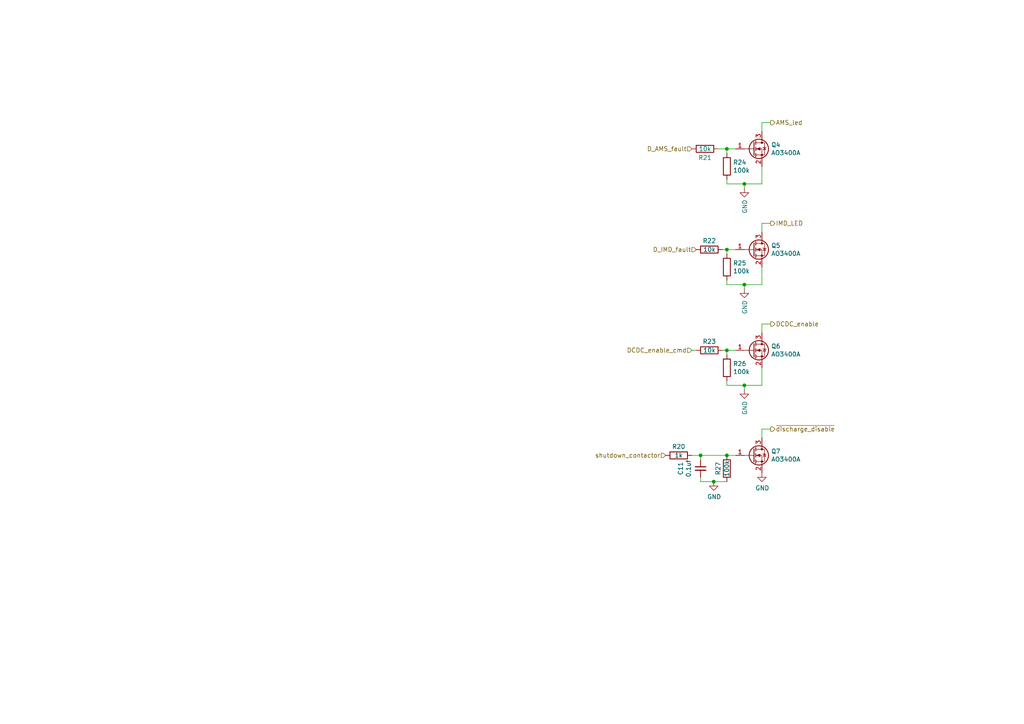
<source format=kicad_sch>
(kicad_sch (version 20211123) (generator eeschema)
  (paper "A4")
  (lib_symbols
    (symbol "Device:C_Small" (pin_numbers hide) (pin_names (offset 0.254) hide)
      (property "Reference" "C" (at 0.254 1.778 0))
      (property "Value" "C_Small" (at 0.254 -2.032 0))
      (symbol "C_Small_0_1"
        (polyline (pts (xy -1.524 -0.508) (xy 1.524 -0.508)) (stroke (width 0.3302)))
        (polyline (pts (xy -1.524 0.508) (xy 1.524 0.508)) (stroke (width 0.3048)))
      )
      (symbol "C_Small_1_1"
        (pin passive line (at 0 2.54 270) (length 2.032) (name "~") (number "1"))
        (pin passive line (at 0 -2.54 90) (length 2.032) (name "~") (number "2"))
      )
    )
    (symbol "Device:Q_NMOS_GSD" (pin_names (offset 0) hide)
      (property "Reference" "Q" (at 5.08 1.27 0))
      (property "Value" "Q_NMOS_GSD" (at 5.08 -1.27 0))
      (symbol "Q_NMOS_GSD_0_1"
        (polyline (pts (xy 0.254 0) (xy -2.54 0)))
        (polyline (pts (xy 0.254 1.905) (xy 0.254 -1.905)) (stroke (width 0.254)))
        (polyline (pts (xy 0.762 -1.27) (xy 0.762 -2.286)) (stroke (width 0.254)))
        (polyline (pts (xy 0.762 0.508) (xy 0.762 -0.508)) (stroke (width 0.254)))
        (polyline (pts (xy 0.762 2.286) (xy 0.762 1.27)) (stroke (width 0.254)))
        (polyline (pts (xy 2.54 2.54) (xy 2.54 1.778)))
        (polyline (pts (xy 2.54 -2.54) (xy 2.54 0) (xy 0.762 0)))
        (polyline (pts (xy 0.762 -1.778) (xy 3.302 -1.778) (xy 3.302 1.778) (xy 0.762 1.778)))
        (polyline (pts (xy 1.016 0) (xy 2.032 0.381) (xy 2.032 -0.381) (xy 1.016 0)) (fill (type outline)))
        (polyline (pts (xy 2.794 0.508) (xy 2.921 0.381) (xy 3.683 0.381) (xy 3.81 0.254)))
        (polyline (pts (xy 3.302 0.381) (xy 2.921 -0.254) (xy 3.683 -0.254) (xy 3.302 0.381)))
        (circle (center 1.651 0) (radius 2.794) (stroke (width 0.254)))
        (circle (center 2.54 -1.778) (radius 0.254) (fill (type outline)))
        (circle (center 2.54 1.778) (radius 0.254) (fill (type outline)))
      )
      (symbol "Q_NMOS_GSD_1_1"
        (pin input line (at -5.08 0 0) (length 2.54) (name "G") (number "1"))
        (pin passive line (at 2.54 -5.08 90) (length 2.54) (name "S") (number "2"))
        (pin passive line (at 2.54 5.08 270) (length 2.54) (name "D") (number "3"))
      )
    )
    (symbol "Device:R" (pin_numbers hide) (pin_names (offset 0))
      (property "Reference" "R" (at 2.032 0 90))
      (property "Value" "R" (at 0 0 90))
      (symbol "R_0_1"
        (rectangle (start -1.016 -2.54) (end 1.016 2.54) (stroke (width 0.254)))
      )
      (symbol "R_1_1"
        (pin passive line (at 0 3.81 270) (length 1.27) (name "~") (number "1"))
        (pin passive line (at 0 -3.81 90) (length 1.27) (name "~") (number "2"))
      )
    )
    (symbol "power:GND" (power) (pin_names (offset 0))
      (property "Value" "GND" (at 0 -3.81 0))
      (symbol "GND_0_1"
        (polyline (pts (xy 0 0) (xy 0 -1.27) (xy 1.27 -1.27) (xy 0 -2.54) (xy -1.27 -1.27) (xy 0 -1.27)))
      )
      (symbol "GND_1_1"
        (pin power_in line (at 0 0 270) (length 0) hide (name "GND") (number "1"))
      )
    )
  )
  (junction (at 203.2 132.08))
  (junction (at 210.82 72.39))
  (junction (at 210.82 101.6))
  (junction (at 215.9 111.76))
  (junction (at 207.01 139.7))
  (junction (at 215.9 53.34))
  (junction (at 215.9 82.55))
  (junction (at 210.82 43.18))
  (junction (at 210.82 132.08))
  (wire (pts (xy 210.82 72.39) (xy 213.36 72.39)))
  (wire (pts (xy 210.82 43.18) (xy 213.36 43.18)))
  (wire (pts (xy 210.82 72.39) (xy 209.55 72.39)))
  (wire (pts (xy 215.9 53.34) (xy 220.98 53.34)))
  (wire (pts (xy 215.9 111.76) (xy 215.9 113.03)))
  (wire (pts (xy 200.66 132.08) (xy 203.2 132.08)))
  (wire (pts (xy 220.98 124.46) (xy 220.98 127)))
  (wire (pts (xy 203.2 139.7) (xy 207.01 139.7)))
  (wire (pts (xy 201.93 101.6) (xy 200.66 101.6)))
  (wire (pts (xy 203.2 132.08) (xy 203.2 133.35)))
  (wire (pts (xy 220.98 96.52) (xy 220.98 93.98)))
  (wire (pts (xy 210.82 101.6) (xy 209.55 101.6)))
  (wire (pts (xy 220.98 35.56) (xy 223.52 35.56)))
  (wire (pts (xy 210.82 73.66) (xy 210.82 72.39)))
  (wire (pts (xy 210.82 53.34) (xy 215.9 53.34)))
  (wire (pts (xy 220.98 38.1) (xy 220.98 35.56)))
  (wire (pts (xy 220.98 111.76) (xy 220.98 106.68)))
  (wire (pts (xy 210.82 102.87) (xy 210.82 101.6)))
  (wire (pts (xy 210.82 111.76) (xy 215.9 111.76)))
  (wire (pts (xy 220.98 93.98) (xy 223.52 93.98)))
  (wire (pts (xy 210.82 81.28) (xy 210.82 82.55)))
  (wire (pts (xy 215.9 82.55) (xy 220.98 82.55)))
  (wire (pts (xy 210.82 110.49) (xy 210.82 111.76)))
  (wire (pts (xy 220.98 67.31) (xy 220.98 64.77)))
  (wire (pts (xy 203.2 138.43) (xy 203.2 139.7)))
  (wire (pts (xy 220.98 48.26) (xy 220.98 53.34)))
  (wire (pts (xy 203.2 132.08) (xy 210.82 132.08)))
  (wire (pts (xy 210.82 43.18) (xy 210.82 44.45)))
  (wire (pts (xy 223.52 124.46) (xy 220.98 124.46)))
  (wire (pts (xy 210.82 52.07) (xy 210.82 53.34)))
  (wire (pts (xy 207.01 139.7) (xy 210.82 139.7)))
  (wire (pts (xy 215.9 53.34) (xy 215.9 54.61)))
  (wire (pts (xy 220.98 64.77) (xy 223.52 64.77)))
  (wire (pts (xy 215.9 82.55) (xy 215.9 83.82)))
  (wire (pts (xy 220.98 82.55) (xy 220.98 77.47)))
  (wire (pts (xy 210.82 101.6) (xy 213.36 101.6)))
  (wire (pts (xy 210.82 82.55) (xy 215.9 82.55)))
  (wire (pts (xy 210.82 132.08) (xy 213.36 132.08)))
  (wire (pts (xy 208.28 43.18) (xy 210.82 43.18)))
  (wire (pts (xy 215.9 111.76) (xy 220.98 111.76)))
  (hierarchical_label "IMD_LED" (shape output) (at 223.52 64.77 0))
  (hierarchical_label "D_IMD_fault" (shape input) (at 201.93 72.39 180))
  (hierarchical_label "AMS_led" (shape output) (at 223.52 35.56 0))
  (hierarchical_label "DCDC_enable_cmd" (shape input) (at 200.66 101.6 180))
  (hierarchical_label "DCDC_enable" (shape output) (at 223.52 93.98 0))
  (hierarchical_label "~{discharge_disable}" (shape output) (at 223.52 124.46 0))
  (hierarchical_label "shutdown_contactor" (shape input) (at 193.04 132.08 180))
  (hierarchical_label "D_AMS_fault" (shape input) (at 200.66 43.18 180))
  (symbol (lib_id "Device:R") (at 204.47 43.18 90) (unit 1)
    (property "Reference" "R21" (at 204.47 45.72 90))
    (property "Value" "10k" (at 204.47 43.18 90))
    (property "Footprint" "Resistor_SMD:R_0603_1608Metric_Pad0.98x0.95mm_HandSolder" (effects hide))
    (property "Manufacturer" "." (effects hide))
    (property "Part Number" "." (effects hide))
    (property "Description" "RES SMD 10K OHM 1% 0603" (effects hide))
    (property "Package" "0603" (effects hide))
  )
  (symbol (lib_id "Device:Q_NMOS_GSD") (at 218.44 72.39 0) (unit 1)
    (property "Reference" "Q5" (at 223.647 71.2216 0) (effects (justify left)))
    (property "Value" "AO3400A" (at 223.647 73.533 0) (effects (justify left)))
    (property "Footprint" "Package_TO_SOT_SMD:SOT-23" (effects hide))
    (property "Datasheet" "https://datasheet.lcsc.com/szlcsc/1812111733_Bourne-Semicon-Shenzhen-AO3400A_C344010.pdf" (effects hide))
  )
  (symbol (lib_id "Device:R") (at 205.74 72.39 270) (unit 1)
    (property "Reference" "R22" (at 205.74 69.85 90))
    (property "Value" "10k" (at 205.74 72.39 90))
    (property "Footprint" "Resistor_SMD:R_0603_1608Metric_Pad0.98x0.95mm_HandSolder" (effects hide))
    (property "Description" "RES SMD 10k OHM 1% 0603" (effects hide))
    (property "Package" "0603" (effects hide))
  )
  (symbol (lib_id "power:GND") (at 215.9 83.82 0) (unit 1)
    (property "Reference" "#PWR056" (effects hide))
    (property "Value" "GND" (at 216.027 87.0712 90) (effects (justify right)))
  )
  (symbol (lib_id "Device:R") (at 210.82 77.47 0) (unit 1)
    (property "Reference" "R25" (at 212.598 76.3016 0) (effects (justify left)))
    (property "Value" "100k" (at 212.598 78.613 0) (effects (justify left)))
    (property "Footprint" "Resistor_SMD:R_0603_1608Metric_Pad0.98x0.95mm_HandSolder" (effects hide))
  )
  (symbol (lib_id "power:GND") (at 215.9 54.61 0) (unit 1)
    (property "Reference" "#PWR055" (effects hide))
    (property "Value" "GND" (at 216.027 57.8612 90) (effects (justify right)))
  )
  (symbol (lib_id "Device:R") (at 210.82 48.26 0) (unit 1)
    (property "Reference" "R24" (at 212.598 47.0916 0) (effects (justify left)))
    (property "Value" "100k" (at 212.598 49.403 0) (effects (justify left)))
    (property "Footprint" "Resistor_SMD:R_0603_1608Metric_Pad0.98x0.95mm_HandSolder" (effects hide))
  )
  (symbol (lib_id "Device:R") (at 196.85 132.08 270) (unit 1)
    (property "Reference" "R20" (at 196.85 129.54 90))
    (property "Value" "1k" (at 196.85 132.08 90))
    (property "Footprint" "Resistor_SMD:R_0603_1608Metric_Pad0.98x0.95mm_HandSolder" (effects hide))
    (property "Manufacturer" "." (effects hide))
    (property "Part Number" "." (effects hide))
    (property "Description" "RES SMD 1K OHM 1% 0603" (effects hide))
    (property "Package" "0603" (effects hide))
  )
  (symbol (lib_id "Device:C_Small") (at 203.2 135.89 0) (unit 1)
    (property "Reference" "C11" (at 197.3834 135.89 90))
    (property "Value" "0.1uf" (at 199.6948 135.89 90))
    (property "Footprint" "Capacitor_SMD:C_0603_1608Metric_Pad1.08x0.95mm_HandSolder" (effects hide))
    (property "Manufacturer" "." (effects hide))
    (property "Part Number" "." (effects hide))
    (property "Description" "CAP CER 0.1UF 25V X7R 0603" (effects hide))
    (property "Package" "0603" (effects hide))
  )
  (symbol (lib_id "Device:R") (at 210.82 135.89 0) (unit 1)
    (property "Reference" "R27" (at 208.28 135.89 90))
    (property "Value" "100k" (at 210.82 135.89 90))
    (property "Footprint" "Resistor_SMD:R_0603_1608Metric_Pad0.98x0.95mm_HandSolder" (effects hide))
    (property "Manufacturer" "." (effects hide))
    (property "Part Number" "." (effects hide))
    (property "Description" "RES SMD 100K OHM 1% 0603" (effects hide))
    (property "Package" "0603" (effects hide))
  )
  (symbol (lib_id "power:GND") (at 207.01 139.7 0) (unit 1)
    (property "Reference" "#PWR054" (effects hide))
    (property "Value" "GND" (at 207.137 144.0942 0))
  )
  (symbol (lib_id "power:GND") (at 220.98 137.16 0) (unit 1)
    (property "Reference" "#PWR058" (effects hide))
    (property "Value" "GND" (at 221.107 141.5542 0))
  )
  (symbol (lib_id "Device:Q_NMOS_GSD") (at 218.44 43.18 0) (unit 1)
    (property "Reference" "Q4" (at 223.647 42.0116 0) (effects (justify left)))
    (property "Value" "AO3400A" (at 223.647 44.323 0) (effects (justify left)))
    (property "Footprint" "Package_TO_SOT_SMD:SOT-23" (effects hide))
    (property "Datasheet" "https://datasheet.lcsc.com/szlcsc/1812111733_Bourne-Semicon-Shenzhen-AO3400A_C344010.pdf" (effects hide))
  )
  (symbol (lib_id "Device:Q_NMOS_GSD") (at 218.44 132.08 0) (unit 1)
    (property "Reference" "Q7" (at 223.647 130.9116 0) (effects (justify left)))
    (property "Value" "AO3400A" (at 223.647 133.223 0) (effects (justify left)))
    (property "Footprint" "Package_TO_SOT_SMD:SOT-23" (effects hide))
    (property "Datasheet" "https://datasheet.lcsc.com/szlcsc/1812111733_Bourne-Semicon-Shenzhen-AO3400A_C344010.pdf" (effects hide))
  )
  (symbol (lib_id "Device:Q_NMOS_GSD") (at 218.44 101.6 0) (unit 1)
    (property "Reference" "Q6" (at 223.647 100.4316 0) (effects (justify left)))
    (property "Value" "AO3400A" (at 223.647 102.743 0) (effects (justify left)))
    (property "Footprint" "Package_TO_SOT_SMD:SOT-23" (effects hide))
    (property "Datasheet" "https://datasheet.lcsc.com/szlcsc/1812111733_Bourne-Semicon-Shenzhen-AO3400A_C344010.pdf" (effects hide))
  )
  (symbol (lib_id "Device:R") (at 205.74 101.6 270) (unit 1)
    (property "Reference" "R23" (at 205.74 99.06 90))
    (property "Value" "10k" (at 205.74 101.6 90))
    (property "Footprint" "Resistor_SMD:R_0603_1608Metric_Pad0.98x0.95mm_HandSolder" (effects hide))
    (property "Description" "RES SMD 10k OHM 1% 0603" (effects hide))
    (property "Package" "0603" (effects hide))
  )
  (symbol (lib_id "power:GND") (at 215.9 113.03 0) (unit 1)
    (property "Reference" "#PWR057" (effects hide))
    (property "Value" "GND" (at 216.027 116.2812 90) (effects (justify right)))
  )
  (symbol (lib_id "Device:R") (at 210.82 106.68 0) (unit 1)
    (property "Reference" "R26" (at 212.598 105.5116 0) (effects (justify left)))
    (property "Value" "100k" (at 212.598 107.823 0) (effects (justify left)))
    (property "Footprint" "Resistor_SMD:R_0603_1608Metric_Pad0.98x0.95mm_HandSolder" (effects hide))
  )
)
</source>
